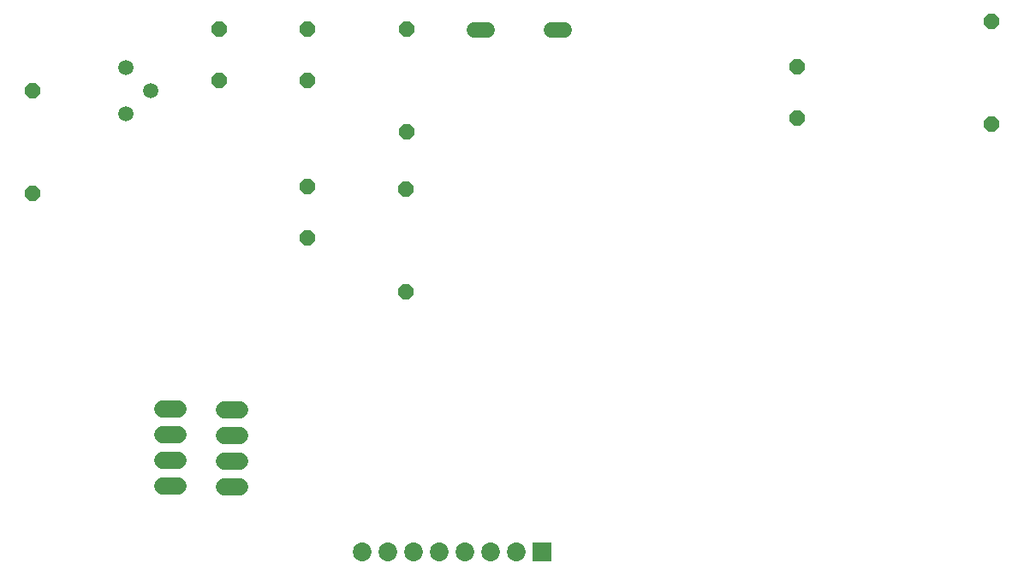
<source format=gbr>
G04 EAGLE Gerber RS-274X export*
G75*
%MOMM*%
%FSLAX34Y34*%
%LPD*%
%INSoldermask Top*%
%IPPOS*%
%AMOC8*
5,1,8,0,0,1.08239X$1,22.5*%
G01*
%ADD10R,1.854200X1.854200*%
%ADD11C,1.854200*%
%ADD12C,1.511200*%
%ADD13C,1.727200*%
%ADD14P,1.649562X8X112.500000*%
%ADD15P,1.649562X8X292.500000*%
%ADD16C,1.524000*%


D10*
X515900Y14100D03*
D11*
X490500Y14100D03*
X465100Y14100D03*
X439700Y14100D03*
X414300Y14100D03*
X388900Y14100D03*
X363500Y14100D03*
X338100Y14100D03*
D12*
X128580Y470600D03*
X104450Y493460D03*
X104450Y447740D03*
D13*
X140380Y155100D02*
X155620Y155100D01*
X155620Y129700D02*
X140380Y129700D01*
X140380Y104300D02*
X155620Y104300D01*
X155620Y78900D02*
X140380Y78900D01*
D14*
X960000Y437200D03*
X960000Y538800D03*
D13*
X216952Y78445D02*
X201712Y78445D01*
X201712Y103845D02*
X216952Y103845D01*
X216952Y129245D02*
X201712Y129245D01*
X201712Y154645D02*
X216952Y154645D01*
D15*
X768000Y494400D03*
X768000Y443600D03*
D16*
X537704Y531000D02*
X524496Y531000D01*
X461504Y531000D02*
X448296Y531000D01*
D14*
X382000Y430200D03*
X382000Y531800D03*
X381000Y271200D03*
X381000Y372800D03*
D15*
X284000Y531400D03*
X284000Y480600D03*
X284000Y375400D03*
X284000Y324600D03*
X196000Y531400D03*
X196000Y480600D03*
D14*
X12000Y369200D03*
X12000Y470800D03*
M02*

</source>
